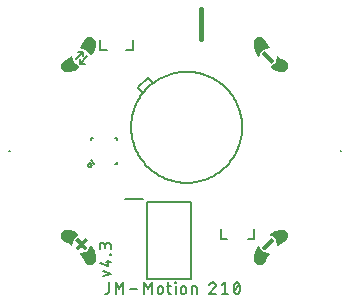
<source format=gto>
G04 EAGLE Gerber X2 export*
%TF.Part,Single*%
%TF.FileFunction,Legend,Top,1*%
%TF.FilePolarity,Positive*%
%TF.GenerationSoftware,Autodesk,EAGLE,9.6.2*%
%TF.CreationDate,2022-06-05T05:17:34Z*%
G75*
%MOMM*%
%FSLAX34Y34*%
%LPD*%
%INSilkscreen Top*%
%AMOC8*
5,1,8,0,0,1.08239X$1,22.5*%
G01*
%ADD10C,0.177800*%
%ADD11C,0.203200*%
%ADD12C,0.381000*%
%ADD13C,0.127000*%
%ADD14C,0.010000*%
%ADD15C,0.152400*%
%ADD16C,0.200000*%

G36*
X70058Y28768D02*
X70058Y28768D01*
X70116Y28780D01*
X70128Y28788D01*
X70134Y28790D01*
X70141Y28798D01*
X70176Y28824D01*
X73176Y31824D01*
X73199Y31866D01*
X73217Y31886D01*
X73219Y31897D01*
X73238Y31927D01*
X73240Y31941D01*
X73243Y31946D01*
X73243Y31957D01*
X73249Y32000D01*
X73249Y36000D01*
X73247Y36009D01*
X73247Y36010D01*
X73247Y36012D01*
X73246Y36014D01*
X73242Y36060D01*
X72242Y40060D01*
X72241Y40061D01*
X72214Y40128D01*
X69214Y45128D01*
X69201Y45140D01*
X69195Y45155D01*
X69151Y45186D01*
X69111Y45223D01*
X69094Y45226D01*
X69081Y45236D01*
X69027Y45238D01*
X68974Y45248D01*
X68958Y45241D01*
X68941Y45242D01*
X68894Y45215D01*
X68844Y45195D01*
X68835Y45181D01*
X68820Y45172D01*
X68777Y45111D01*
X66795Y41148D01*
X64877Y39230D01*
X59951Y38244D01*
X59899Y38217D01*
X59844Y38195D01*
X59838Y38185D01*
X59827Y38180D01*
X59798Y38128D01*
X59764Y38080D01*
X59764Y38069D01*
X59758Y38058D01*
X59761Y37999D01*
X59758Y37941D01*
X59764Y37926D01*
X59764Y37919D01*
X59771Y37910D01*
X59786Y37872D01*
X62781Y32880D01*
X63777Y30889D01*
X63796Y30868D01*
X63807Y30843D01*
X63862Y30793D01*
X66862Y28793D01*
X66896Y28782D01*
X66927Y28762D01*
X66991Y28752D01*
X66995Y28751D01*
X66997Y28751D01*
X67000Y28751D01*
X70000Y28751D01*
X70058Y28768D01*
G37*
G36*
X51009Y191753D02*
X51009Y191753D01*
X51060Y191758D01*
X55060Y192758D01*
X55061Y192759D01*
X55128Y192786D01*
X60128Y195786D01*
X60140Y195799D01*
X60155Y195805D01*
X60186Y195849D01*
X60223Y195889D01*
X60226Y195906D01*
X60236Y195919D01*
X60238Y195973D01*
X60248Y196027D01*
X60241Y196042D01*
X60242Y196059D01*
X60215Y196106D01*
X60195Y196156D01*
X60181Y196165D01*
X60172Y196180D01*
X60111Y196223D01*
X56148Y198205D01*
X54230Y200123D01*
X53244Y205049D01*
X53217Y205101D01*
X53195Y205156D01*
X53185Y205162D01*
X53180Y205173D01*
X53128Y205202D01*
X53080Y205236D01*
X53069Y205237D01*
X53058Y205242D01*
X52999Y205240D01*
X52941Y205242D01*
X52926Y205236D01*
X52919Y205236D01*
X52910Y205230D01*
X52872Y205214D01*
X47880Y202219D01*
X45889Y201223D01*
X45868Y201204D01*
X45843Y201193D01*
X45793Y201138D01*
X43793Y198138D01*
X43782Y198104D01*
X43762Y198074D01*
X43752Y198009D01*
X43751Y198005D01*
X43751Y198003D01*
X43751Y198000D01*
X43751Y195000D01*
X43762Y194960D01*
X43762Y194958D01*
X43765Y194950D01*
X43768Y194942D01*
X43780Y194884D01*
X43788Y194872D01*
X43790Y194866D01*
X43798Y194859D01*
X43818Y194831D01*
X43819Y194830D01*
X43820Y194829D01*
X43824Y194824D01*
X46824Y191824D01*
X46876Y191795D01*
X46927Y191762D01*
X46941Y191760D01*
X46946Y191757D01*
X46957Y191757D01*
X47000Y191751D01*
X51000Y191751D01*
X51009Y191753D01*
G37*
G36*
X227001Y44761D02*
X227001Y44761D01*
X227060Y44758D01*
X227074Y44764D01*
X227081Y44764D01*
X227090Y44771D01*
X227128Y44786D01*
X232120Y47781D01*
X234111Y48777D01*
X234132Y48796D01*
X234157Y48807D01*
X234207Y48862D01*
X236207Y51862D01*
X236211Y51873D01*
X236212Y51874D01*
X236213Y51880D01*
X236218Y51896D01*
X236238Y51927D01*
X236248Y51991D01*
X236249Y51995D01*
X236249Y51997D01*
X236249Y52000D01*
X236249Y55000D01*
X236232Y55058D01*
X236220Y55116D01*
X236212Y55128D01*
X236210Y55134D01*
X236202Y55141D01*
X236176Y55176D01*
X233176Y58176D01*
X233124Y58205D01*
X233074Y58238D01*
X233059Y58240D01*
X233054Y58243D01*
X233043Y58243D01*
X233000Y58249D01*
X229000Y58249D01*
X228992Y58247D01*
X228940Y58242D01*
X224940Y57242D01*
X224939Y57241D01*
X224872Y57214D01*
X219872Y54214D01*
X219860Y54201D01*
X219845Y54195D01*
X219814Y54151D01*
X219777Y54111D01*
X219774Y54094D01*
X219764Y54081D01*
X219762Y54027D01*
X219752Y53974D01*
X219759Y53958D01*
X219758Y53941D01*
X219785Y53894D01*
X219805Y53844D01*
X219819Y53835D01*
X219828Y53820D01*
X219889Y53777D01*
X223852Y51795D01*
X225770Y49877D01*
X226756Y44951D01*
X226783Y44899D01*
X226805Y44844D01*
X226815Y44838D01*
X226820Y44827D01*
X226872Y44798D01*
X226920Y44764D01*
X226931Y44764D01*
X226942Y44758D01*
X227001Y44761D01*
G37*
G36*
X211042Y204759D02*
X211042Y204759D01*
X211059Y204758D01*
X211106Y204785D01*
X211156Y204805D01*
X211165Y204819D01*
X211180Y204828D01*
X211223Y204889D01*
X213205Y208852D01*
X215123Y210770D01*
X220049Y211756D01*
X220101Y211783D01*
X220156Y211805D01*
X220162Y211815D01*
X220173Y211820D01*
X220202Y211872D01*
X220236Y211920D01*
X220237Y211931D01*
X220242Y211942D01*
X220240Y212001D01*
X220242Y212060D01*
X220236Y212074D01*
X220236Y212081D01*
X220230Y212090D01*
X220214Y212128D01*
X217219Y217120D01*
X216223Y219111D01*
X216204Y219132D01*
X216193Y219157D01*
X216138Y219207D01*
X213138Y221207D01*
X213104Y221218D01*
X213074Y221238D01*
X213009Y221248D01*
X213005Y221249D01*
X213003Y221249D01*
X213000Y221249D01*
X210000Y221249D01*
X209942Y221232D01*
X209884Y221220D01*
X209872Y221212D01*
X209866Y221210D01*
X209859Y221202D01*
X209824Y221176D01*
X206824Y218176D01*
X206795Y218124D01*
X206762Y218074D01*
X206760Y218059D01*
X206757Y218054D01*
X206757Y218043D01*
X206751Y218000D01*
X206751Y214000D01*
X206753Y213992D01*
X206758Y213940D01*
X207758Y209940D01*
X207759Y209939D01*
X207786Y209872D01*
X210786Y204872D01*
X210799Y204860D01*
X210805Y204845D01*
X210849Y204814D01*
X210889Y204777D01*
X210906Y204774D01*
X210919Y204764D01*
X210973Y204762D01*
X211027Y204752D01*
X211042Y204759D01*
G37*
G36*
X233058Y191768D02*
X233058Y191768D01*
X233116Y191780D01*
X233128Y191788D01*
X233134Y191790D01*
X233141Y191798D01*
X233176Y191824D01*
X236176Y194824D01*
X236199Y194866D01*
X236217Y194886D01*
X236219Y194897D01*
X236238Y194927D01*
X236240Y194941D01*
X236243Y194946D01*
X236243Y194957D01*
X236249Y195000D01*
X236249Y199000D01*
X236247Y199009D01*
X236247Y199012D01*
X236243Y199021D01*
X236232Y199058D01*
X236220Y199116D01*
X236212Y199128D01*
X236210Y199134D01*
X236202Y199141D01*
X236176Y199176D01*
X233176Y202176D01*
X233158Y202186D01*
X233145Y202203D01*
X233079Y202236D01*
X230110Y203226D01*
X227138Y205207D01*
X227077Y205227D01*
X227016Y205249D01*
X227010Y205248D01*
X227005Y205249D01*
X226943Y205232D01*
X226879Y205218D01*
X226875Y205214D01*
X226870Y205213D01*
X226827Y205165D01*
X226781Y205119D01*
X226778Y205112D01*
X226776Y205109D01*
X226775Y205102D01*
X226756Y205049D01*
X225770Y200123D01*
X223841Y198194D01*
X220862Y196207D01*
X220820Y196157D01*
X220776Y196109D01*
X220775Y196104D01*
X220772Y196100D01*
X220763Y196036D01*
X220752Y195971D01*
X220754Y195967D01*
X220754Y195962D01*
X220781Y195903D01*
X220807Y195843D01*
X220812Y195838D01*
X220813Y195835D01*
X220819Y195831D01*
X220862Y195793D01*
X223862Y193793D01*
X223870Y193790D01*
X223889Y193777D01*
X227889Y191777D01*
X227909Y191773D01*
X227927Y191762D01*
X228000Y191751D01*
X233000Y191751D01*
X233058Y191768D01*
G37*
G36*
X214058Y28768D02*
X214058Y28768D01*
X214116Y28780D01*
X214128Y28788D01*
X214134Y28790D01*
X214141Y28798D01*
X214176Y28824D01*
X217176Y31824D01*
X217186Y31842D01*
X217203Y31855D01*
X217236Y31921D01*
X218226Y34890D01*
X220207Y37862D01*
X220227Y37923D01*
X220249Y37984D01*
X220248Y37990D01*
X220249Y37995D01*
X220232Y38057D01*
X220218Y38121D01*
X220214Y38125D01*
X220213Y38130D01*
X220165Y38173D01*
X220119Y38219D01*
X220112Y38222D01*
X220109Y38224D01*
X220102Y38225D01*
X220049Y38244D01*
X215123Y39230D01*
X213194Y41159D01*
X211207Y44138D01*
X211157Y44180D01*
X211109Y44224D01*
X211104Y44225D01*
X211100Y44228D01*
X211036Y44237D01*
X210971Y44248D01*
X210967Y44246D01*
X210962Y44246D01*
X210903Y44219D01*
X210843Y44193D01*
X210838Y44188D01*
X210835Y44187D01*
X210831Y44181D01*
X210793Y44138D01*
X208793Y41138D01*
X208790Y41130D01*
X208777Y41111D01*
X206777Y37111D01*
X206773Y37091D01*
X206762Y37074D01*
X206751Y37000D01*
X206751Y32000D01*
X206762Y31960D01*
X206762Y31958D01*
X206765Y31950D01*
X206768Y31942D01*
X206780Y31884D01*
X206788Y31872D01*
X206790Y31866D01*
X206798Y31859D01*
X206818Y31831D01*
X206819Y31830D01*
X206820Y31829D01*
X206824Y31824D01*
X209824Y28824D01*
X209876Y28795D01*
X209927Y28762D01*
X209941Y28760D01*
X209946Y28757D01*
X209957Y28757D01*
X210000Y28751D01*
X214000Y28751D01*
X214058Y28768D01*
G37*
G36*
X53057Y44768D02*
X53057Y44768D01*
X53121Y44782D01*
X53125Y44786D01*
X53130Y44787D01*
X53173Y44835D01*
X53219Y44881D01*
X53222Y44888D01*
X53224Y44891D01*
X53225Y44899D01*
X53244Y44951D01*
X54230Y49877D01*
X56159Y51806D01*
X59138Y53793D01*
X59180Y53843D01*
X59224Y53891D01*
X59225Y53896D01*
X59228Y53900D01*
X59237Y53964D01*
X59248Y54029D01*
X59246Y54033D01*
X59246Y54038D01*
X59219Y54097D01*
X59193Y54157D01*
X59188Y54162D01*
X59187Y54165D01*
X59181Y54169D01*
X59138Y54207D01*
X56138Y56207D01*
X56130Y56210D01*
X56111Y56223D01*
X52111Y58223D01*
X52091Y58227D01*
X52074Y58238D01*
X52000Y58249D01*
X47000Y58249D01*
X46942Y58232D01*
X46884Y58220D01*
X46872Y58212D01*
X46866Y58210D01*
X46859Y58202D01*
X46824Y58176D01*
X43824Y55176D01*
X43795Y55124D01*
X43762Y55074D01*
X43760Y55059D01*
X43757Y55054D01*
X43757Y55043D01*
X43751Y55000D01*
X43751Y51000D01*
X43768Y50942D01*
X43780Y50884D01*
X43788Y50872D01*
X43790Y50866D01*
X43798Y50859D01*
X43824Y50824D01*
X46824Y47824D01*
X46842Y47814D01*
X46855Y47797D01*
X46921Y47764D01*
X49890Y46774D01*
X52862Y44793D01*
X52923Y44773D01*
X52984Y44751D01*
X52990Y44752D01*
X52995Y44751D01*
X53057Y44768D01*
G37*
G36*
X69033Y205754D02*
X69033Y205754D01*
X69038Y205754D01*
X69097Y205781D01*
X69157Y205807D01*
X69162Y205812D01*
X69165Y205813D01*
X69169Y205819D01*
X69207Y205862D01*
X71207Y208862D01*
X71210Y208870D01*
X71223Y208889D01*
X73223Y212889D01*
X73227Y212909D01*
X73238Y212927D01*
X73249Y213000D01*
X73249Y218000D01*
X73232Y218058D01*
X73220Y218116D01*
X73212Y218128D01*
X73210Y218134D01*
X73202Y218141D01*
X73176Y218176D01*
X70176Y221176D01*
X70124Y221205D01*
X70074Y221238D01*
X70059Y221240D01*
X70054Y221243D01*
X70043Y221243D01*
X70000Y221249D01*
X66000Y221249D01*
X65942Y221232D01*
X65884Y221220D01*
X65872Y221212D01*
X65866Y221210D01*
X65859Y221202D01*
X65824Y221176D01*
X62824Y218176D01*
X62814Y218158D01*
X62797Y218145D01*
X62764Y218079D01*
X61774Y215110D01*
X59793Y212138D01*
X59773Y212077D01*
X59751Y212016D01*
X59752Y212010D01*
X59751Y212005D01*
X59768Y211943D01*
X59782Y211879D01*
X59786Y211875D01*
X59787Y211870D01*
X59835Y211827D01*
X59881Y211781D01*
X59888Y211778D01*
X59891Y211776D01*
X59899Y211775D01*
X59951Y211756D01*
X64877Y210770D01*
X66806Y208841D01*
X68793Y205862D01*
X68843Y205820D01*
X68891Y205776D01*
X68896Y205775D01*
X68900Y205772D01*
X68964Y205763D01*
X69029Y205752D01*
X69033Y205754D01*
G37*
G36*
X64032Y40762D02*
X64032Y40762D01*
X64086Y40766D01*
X64100Y40776D01*
X64116Y40780D01*
X64176Y40824D01*
X66176Y42824D01*
X66185Y42839D01*
X66198Y42849D01*
X66209Y42876D01*
X66220Y42889D01*
X66223Y42909D01*
X66243Y42946D01*
X66242Y42963D01*
X66248Y42979D01*
X66240Y43021D01*
X66241Y43027D01*
X66237Y43036D01*
X66234Y43086D01*
X66224Y43100D01*
X66220Y43116D01*
X66176Y43176D01*
X63353Y46000D01*
X66176Y48824D01*
X66185Y48839D01*
X66198Y48849D01*
X66218Y48899D01*
X66243Y48946D01*
X66242Y48963D01*
X66248Y48979D01*
X66238Y49032D01*
X66234Y49086D01*
X66224Y49100D01*
X66220Y49116D01*
X66176Y49176D01*
X64176Y51176D01*
X64161Y51185D01*
X64151Y51198D01*
X64101Y51218D01*
X64054Y51243D01*
X64037Y51242D01*
X64021Y51248D01*
X63968Y51238D01*
X63914Y51234D01*
X63900Y51224D01*
X63884Y51220D01*
X63824Y51176D01*
X61000Y48353D01*
X58176Y51176D01*
X58161Y51185D01*
X58151Y51198D01*
X58101Y51218D01*
X58054Y51243D01*
X58037Y51242D01*
X58021Y51248D01*
X57968Y51238D01*
X57914Y51234D01*
X57900Y51224D01*
X57884Y51220D01*
X57824Y51176D01*
X55824Y49176D01*
X55815Y49161D01*
X55802Y49151D01*
X55782Y49101D01*
X55757Y49054D01*
X55758Y49037D01*
X55752Y49021D01*
X55762Y48968D01*
X55766Y48914D01*
X55776Y48900D01*
X55780Y48884D01*
X55824Y48824D01*
X58648Y46000D01*
X55824Y43176D01*
X55815Y43161D01*
X55802Y43151D01*
X55783Y43103D01*
X55780Y43099D01*
X55779Y43095D01*
X55757Y43054D01*
X55758Y43037D01*
X55752Y43021D01*
X55761Y42974D01*
X55759Y42961D01*
X55764Y42950D01*
X55766Y42914D01*
X55776Y42900D01*
X55780Y42884D01*
X55814Y42837D01*
X55816Y42833D01*
X55818Y42831D01*
X55824Y42824D01*
X57824Y40824D01*
X57839Y40815D01*
X57849Y40802D01*
X57899Y40782D01*
X57946Y40757D01*
X57963Y40758D01*
X57979Y40752D01*
X58032Y40762D01*
X58086Y40766D01*
X58100Y40776D01*
X58116Y40780D01*
X58176Y40824D01*
X61000Y43648D01*
X63824Y40824D01*
X63839Y40815D01*
X63849Y40802D01*
X63899Y40782D01*
X63946Y40757D01*
X63963Y40758D01*
X63979Y40752D01*
X64032Y40762D01*
G37*
G36*
X222032Y198762D02*
X222032Y198762D01*
X222086Y198766D01*
X222100Y198776D01*
X222116Y198780D01*
X222176Y198824D01*
X224176Y200824D01*
X224185Y200839D01*
X224198Y200849D01*
X224209Y200876D01*
X224220Y200889D01*
X224223Y200909D01*
X224243Y200946D01*
X224242Y200963D01*
X224248Y200979D01*
X224240Y201021D01*
X224241Y201027D01*
X224237Y201036D01*
X224234Y201086D01*
X224224Y201100D01*
X224220Y201116D01*
X224176Y201176D01*
X216176Y209176D01*
X216161Y209185D01*
X216151Y209198D01*
X216101Y209218D01*
X216054Y209243D01*
X216037Y209242D01*
X216021Y209248D01*
X215968Y209238D01*
X215914Y209234D01*
X215900Y209224D01*
X215884Y209220D01*
X215824Y209176D01*
X213824Y207176D01*
X213815Y207161D01*
X213802Y207151D01*
X213782Y207101D01*
X213757Y207054D01*
X213758Y207037D01*
X213752Y207021D01*
X213762Y206968D01*
X213766Y206914D01*
X213776Y206900D01*
X213780Y206884D01*
X213824Y206824D01*
X221824Y198824D01*
X221839Y198815D01*
X221849Y198802D01*
X221899Y198782D01*
X221946Y198757D01*
X221963Y198758D01*
X221979Y198752D01*
X222032Y198762D01*
G37*
G36*
X216032Y40762D02*
X216032Y40762D01*
X216086Y40766D01*
X216100Y40776D01*
X216116Y40780D01*
X216176Y40824D01*
X224176Y48824D01*
X224185Y48839D01*
X224198Y48849D01*
X224218Y48899D01*
X224243Y48946D01*
X224242Y48963D01*
X224248Y48979D01*
X224238Y49032D01*
X224234Y49086D01*
X224224Y49100D01*
X224220Y49116D01*
X224176Y49176D01*
X222176Y51176D01*
X222161Y51185D01*
X222151Y51198D01*
X222101Y51218D01*
X222054Y51243D01*
X222037Y51242D01*
X222021Y51248D01*
X221968Y51238D01*
X221914Y51234D01*
X221900Y51224D01*
X221884Y51220D01*
X221824Y51176D01*
X213824Y43176D01*
X213815Y43161D01*
X213802Y43151D01*
X213783Y43103D01*
X213780Y43099D01*
X213779Y43095D01*
X213757Y43054D01*
X213758Y43037D01*
X213752Y43021D01*
X213761Y42974D01*
X213759Y42961D01*
X213764Y42950D01*
X213766Y42914D01*
X213776Y42900D01*
X213780Y42884D01*
X213814Y42837D01*
X213816Y42833D01*
X213818Y42831D01*
X213824Y42824D01*
X215824Y40824D01*
X215839Y40815D01*
X215849Y40802D01*
X215899Y40782D01*
X215946Y40757D01*
X215963Y40758D01*
X215979Y40752D01*
X216032Y40762D01*
G37*
D10*
X84150Y13720D02*
X84150Y6213D01*
X84148Y6122D01*
X84142Y6031D01*
X84133Y5941D01*
X84119Y5850D01*
X84102Y5761D01*
X84081Y5673D01*
X84056Y5585D01*
X84027Y5498D01*
X83995Y5413D01*
X83960Y5329D01*
X83920Y5247D01*
X83878Y5167D01*
X83832Y5088D01*
X83782Y5012D01*
X83730Y4938D01*
X83674Y4865D01*
X83615Y4796D01*
X83554Y4729D01*
X83489Y4664D01*
X83422Y4603D01*
X83353Y4544D01*
X83280Y4488D01*
X83206Y4436D01*
X83130Y4386D01*
X83051Y4340D01*
X82971Y4298D01*
X82889Y4258D01*
X82805Y4223D01*
X82720Y4191D01*
X82633Y4162D01*
X82545Y4137D01*
X82457Y4116D01*
X82368Y4099D01*
X82277Y4085D01*
X82187Y4076D01*
X82096Y4070D01*
X82005Y4068D01*
X80933Y4068D01*
X89848Y4068D02*
X89848Y13720D01*
X93066Y8358D01*
X96283Y13720D01*
X96283Y4068D01*
X101850Y7822D02*
X108285Y7822D01*
X113851Y4068D02*
X113851Y13720D01*
X117069Y8358D01*
X120286Y13720D01*
X120286Y4068D01*
X125554Y6213D02*
X125554Y8358D01*
X125556Y8449D01*
X125562Y8540D01*
X125571Y8630D01*
X125585Y8721D01*
X125602Y8810D01*
X125623Y8898D01*
X125648Y8986D01*
X125677Y9073D01*
X125709Y9158D01*
X125744Y9242D01*
X125784Y9324D01*
X125826Y9404D01*
X125872Y9483D01*
X125922Y9559D01*
X125974Y9633D01*
X126030Y9706D01*
X126089Y9775D01*
X126150Y9842D01*
X126215Y9907D01*
X126282Y9968D01*
X126351Y10027D01*
X126424Y10083D01*
X126498Y10135D01*
X126574Y10185D01*
X126653Y10231D01*
X126733Y10273D01*
X126815Y10313D01*
X126899Y10348D01*
X126984Y10380D01*
X127071Y10409D01*
X127159Y10434D01*
X127247Y10455D01*
X127336Y10472D01*
X127427Y10486D01*
X127517Y10495D01*
X127608Y10501D01*
X127699Y10503D01*
X127790Y10501D01*
X127881Y10495D01*
X127971Y10486D01*
X128062Y10472D01*
X128151Y10455D01*
X128239Y10434D01*
X128327Y10409D01*
X128414Y10380D01*
X128499Y10348D01*
X128583Y10313D01*
X128665Y10273D01*
X128745Y10231D01*
X128824Y10185D01*
X128900Y10135D01*
X128974Y10083D01*
X129047Y10027D01*
X129116Y9968D01*
X129183Y9907D01*
X129248Y9842D01*
X129309Y9775D01*
X129368Y9706D01*
X129424Y9633D01*
X129476Y9559D01*
X129526Y9483D01*
X129572Y9404D01*
X129614Y9324D01*
X129654Y9242D01*
X129689Y9158D01*
X129721Y9073D01*
X129750Y8986D01*
X129775Y8898D01*
X129796Y8810D01*
X129813Y8721D01*
X129827Y8630D01*
X129836Y8540D01*
X129842Y8449D01*
X129844Y8358D01*
X129843Y8358D02*
X129843Y6213D01*
X129844Y6213D02*
X129842Y6122D01*
X129836Y6031D01*
X129827Y5941D01*
X129813Y5850D01*
X129796Y5761D01*
X129775Y5673D01*
X129750Y5585D01*
X129721Y5498D01*
X129689Y5413D01*
X129654Y5329D01*
X129614Y5247D01*
X129572Y5167D01*
X129526Y5088D01*
X129476Y5012D01*
X129424Y4938D01*
X129368Y4865D01*
X129309Y4796D01*
X129248Y4729D01*
X129183Y4664D01*
X129116Y4603D01*
X129047Y4544D01*
X128974Y4488D01*
X128900Y4436D01*
X128824Y4386D01*
X128745Y4340D01*
X128665Y4298D01*
X128583Y4258D01*
X128499Y4223D01*
X128414Y4191D01*
X128327Y4162D01*
X128239Y4137D01*
X128151Y4116D01*
X128062Y4099D01*
X127971Y4085D01*
X127881Y4076D01*
X127790Y4070D01*
X127699Y4068D01*
X127608Y4070D01*
X127517Y4076D01*
X127427Y4085D01*
X127336Y4099D01*
X127247Y4116D01*
X127159Y4137D01*
X127071Y4162D01*
X126984Y4191D01*
X126899Y4223D01*
X126815Y4258D01*
X126733Y4298D01*
X126653Y4340D01*
X126574Y4386D01*
X126498Y4436D01*
X126424Y4488D01*
X126351Y4544D01*
X126282Y4603D01*
X126215Y4664D01*
X126150Y4729D01*
X126089Y4796D01*
X126030Y4865D01*
X125974Y4938D01*
X125922Y5012D01*
X125872Y5088D01*
X125826Y5167D01*
X125784Y5247D01*
X125744Y5329D01*
X125709Y5413D01*
X125677Y5498D01*
X125648Y5585D01*
X125623Y5673D01*
X125602Y5761D01*
X125585Y5850D01*
X125571Y5941D01*
X125562Y6031D01*
X125556Y6122D01*
X125554Y6213D01*
X133511Y10503D02*
X136729Y10503D01*
X134584Y13720D02*
X134584Y5677D01*
X134583Y5677D02*
X134585Y5598D01*
X134591Y5519D01*
X134600Y5441D01*
X134614Y5363D01*
X134631Y5286D01*
X134652Y5210D01*
X134677Y5135D01*
X134705Y5061D01*
X134737Y4989D01*
X134773Y4919D01*
X134812Y4850D01*
X134854Y4783D01*
X134900Y4719D01*
X134948Y4656D01*
X135000Y4596D01*
X135054Y4539D01*
X135111Y4485D01*
X135171Y4433D01*
X135234Y4385D01*
X135298Y4339D01*
X135365Y4297D01*
X135434Y4258D01*
X135504Y4222D01*
X135576Y4190D01*
X135650Y4162D01*
X135725Y4137D01*
X135801Y4116D01*
X135878Y4099D01*
X135956Y4085D01*
X136034Y4076D01*
X136113Y4070D01*
X136192Y4068D01*
X136729Y4068D01*
X140729Y4068D02*
X140729Y10503D01*
X140461Y13184D02*
X140461Y13720D01*
X140997Y13720D01*
X140997Y13184D01*
X140461Y13184D01*
X145099Y8358D02*
X145099Y6213D01*
X145099Y8358D02*
X145101Y8449D01*
X145107Y8540D01*
X145116Y8630D01*
X145130Y8721D01*
X145147Y8810D01*
X145168Y8898D01*
X145193Y8986D01*
X145222Y9073D01*
X145254Y9158D01*
X145289Y9242D01*
X145329Y9324D01*
X145371Y9404D01*
X145417Y9483D01*
X145467Y9559D01*
X145519Y9633D01*
X145575Y9706D01*
X145634Y9775D01*
X145695Y9842D01*
X145760Y9907D01*
X145827Y9968D01*
X145896Y10027D01*
X145969Y10083D01*
X146043Y10135D01*
X146119Y10185D01*
X146198Y10231D01*
X146278Y10273D01*
X146360Y10313D01*
X146444Y10348D01*
X146529Y10380D01*
X146616Y10409D01*
X146704Y10434D01*
X146792Y10455D01*
X146881Y10472D01*
X146972Y10486D01*
X147062Y10495D01*
X147153Y10501D01*
X147244Y10503D01*
X147335Y10501D01*
X147426Y10495D01*
X147516Y10486D01*
X147607Y10472D01*
X147696Y10455D01*
X147784Y10434D01*
X147872Y10409D01*
X147959Y10380D01*
X148044Y10348D01*
X148128Y10313D01*
X148210Y10273D01*
X148290Y10231D01*
X148369Y10185D01*
X148445Y10135D01*
X148519Y10083D01*
X148592Y10027D01*
X148661Y9968D01*
X148728Y9907D01*
X148793Y9842D01*
X148854Y9775D01*
X148913Y9706D01*
X148969Y9633D01*
X149021Y9559D01*
X149071Y9483D01*
X149117Y9404D01*
X149159Y9324D01*
X149199Y9242D01*
X149234Y9158D01*
X149266Y9073D01*
X149295Y8986D01*
X149320Y8898D01*
X149341Y8810D01*
X149358Y8721D01*
X149372Y8630D01*
X149381Y8540D01*
X149387Y8449D01*
X149389Y8358D01*
X149389Y6213D01*
X149387Y6122D01*
X149381Y6031D01*
X149372Y5941D01*
X149358Y5850D01*
X149341Y5761D01*
X149320Y5673D01*
X149295Y5585D01*
X149266Y5498D01*
X149234Y5413D01*
X149199Y5329D01*
X149159Y5247D01*
X149117Y5167D01*
X149071Y5088D01*
X149021Y5012D01*
X148969Y4938D01*
X148913Y4865D01*
X148854Y4796D01*
X148793Y4729D01*
X148728Y4664D01*
X148661Y4603D01*
X148592Y4544D01*
X148519Y4488D01*
X148445Y4436D01*
X148369Y4386D01*
X148290Y4340D01*
X148210Y4298D01*
X148128Y4258D01*
X148044Y4223D01*
X147959Y4191D01*
X147872Y4162D01*
X147784Y4137D01*
X147696Y4116D01*
X147607Y4099D01*
X147516Y4085D01*
X147426Y4076D01*
X147335Y4070D01*
X147244Y4068D01*
X147153Y4070D01*
X147062Y4076D01*
X146972Y4085D01*
X146881Y4099D01*
X146792Y4116D01*
X146704Y4137D01*
X146616Y4162D01*
X146529Y4191D01*
X146444Y4223D01*
X146360Y4258D01*
X146278Y4298D01*
X146198Y4340D01*
X146119Y4386D01*
X146043Y4436D01*
X145969Y4488D01*
X145896Y4544D01*
X145827Y4603D01*
X145760Y4664D01*
X145695Y4729D01*
X145634Y4796D01*
X145575Y4865D01*
X145519Y4938D01*
X145467Y5012D01*
X145417Y5088D01*
X145371Y5167D01*
X145329Y5247D01*
X145289Y5329D01*
X145254Y5413D01*
X145222Y5498D01*
X145193Y5585D01*
X145168Y5673D01*
X145147Y5761D01*
X145130Y5850D01*
X145116Y5941D01*
X145107Y6031D01*
X145101Y6122D01*
X145099Y6213D01*
X154357Y4068D02*
X154357Y10503D01*
X157038Y10503D01*
X157117Y10501D01*
X157196Y10495D01*
X157274Y10486D01*
X157352Y10472D01*
X157429Y10455D01*
X157505Y10434D01*
X157580Y10409D01*
X157654Y10381D01*
X157726Y10349D01*
X157796Y10313D01*
X157865Y10274D01*
X157932Y10232D01*
X157996Y10186D01*
X158059Y10138D01*
X158119Y10086D01*
X158176Y10032D01*
X158230Y9975D01*
X158282Y9915D01*
X158330Y9852D01*
X158376Y9788D01*
X158418Y9721D01*
X158457Y9652D01*
X158493Y9582D01*
X158525Y9510D01*
X158553Y9436D01*
X158578Y9361D01*
X158599Y9285D01*
X158616Y9208D01*
X158630Y9130D01*
X158639Y9052D01*
X158645Y8973D01*
X158647Y8894D01*
X158647Y4068D01*
X172201Y13720D02*
X172298Y13718D01*
X172395Y13712D01*
X172492Y13702D01*
X172588Y13689D01*
X172684Y13671D01*
X172778Y13650D01*
X172872Y13625D01*
X172965Y13596D01*
X173057Y13563D01*
X173147Y13527D01*
X173235Y13487D01*
X173322Y13444D01*
X173408Y13397D01*
X173491Y13346D01*
X173572Y13293D01*
X173651Y13236D01*
X173727Y13176D01*
X173801Y13113D01*
X173873Y13047D01*
X173941Y12979D01*
X174007Y12907D01*
X174070Y12833D01*
X174130Y12757D01*
X174187Y12678D01*
X174240Y12597D01*
X174291Y12514D01*
X174338Y12428D01*
X174381Y12341D01*
X174421Y12253D01*
X174457Y12163D01*
X174490Y12071D01*
X174519Y11978D01*
X174544Y11884D01*
X174565Y11790D01*
X174583Y11694D01*
X174596Y11598D01*
X174606Y11501D01*
X174612Y11404D01*
X174614Y11307D01*
X172201Y13720D02*
X172093Y13718D01*
X171985Y13712D01*
X171877Y13703D01*
X171769Y13690D01*
X171662Y13673D01*
X171556Y13652D01*
X171450Y13628D01*
X171346Y13600D01*
X171242Y13568D01*
X171140Y13533D01*
X171039Y13494D01*
X170939Y13452D01*
X170841Y13406D01*
X170745Y13357D01*
X170650Y13304D01*
X170557Y13248D01*
X170466Y13189D01*
X170378Y13127D01*
X170291Y13062D01*
X170207Y12994D01*
X170125Y12923D01*
X170046Y12849D01*
X169970Y12772D01*
X169896Y12693D01*
X169825Y12611D01*
X169757Y12527D01*
X169692Y12440D01*
X169630Y12352D01*
X169571Y12261D01*
X169515Y12168D01*
X169463Y12073D01*
X169414Y11977D01*
X169368Y11878D01*
X169326Y11779D01*
X169287Y11678D01*
X169252Y11575D01*
X173810Y9430D02*
X173881Y9500D01*
X173949Y9573D01*
X174014Y9649D01*
X174077Y9727D01*
X174136Y9807D01*
X174192Y9890D01*
X174245Y9975D01*
X174295Y10061D01*
X174341Y10150D01*
X174384Y10240D01*
X174424Y10332D01*
X174459Y10425D01*
X174492Y10520D01*
X174520Y10616D01*
X174545Y10713D01*
X174566Y10810D01*
X174583Y10909D01*
X174597Y11008D01*
X174606Y11107D01*
X174612Y11207D01*
X174614Y11307D01*
X173809Y9430D02*
X169251Y4068D01*
X174614Y4068D01*
X179538Y11575D02*
X182219Y13720D01*
X182219Y4068D01*
X179538Y4068D02*
X184901Y4068D01*
X189825Y8894D02*
X189827Y9084D01*
X189834Y9274D01*
X189845Y9463D01*
X189861Y9652D01*
X189882Y9841D01*
X189906Y10029D01*
X189936Y10217D01*
X189970Y10404D01*
X190008Y10590D01*
X190051Y10775D01*
X190098Y10959D01*
X190149Y11142D01*
X190205Y11323D01*
X190265Y11503D01*
X190330Y11682D01*
X190398Y11859D01*
X190471Y12034D01*
X190548Y12208D01*
X190629Y12379D01*
X190660Y12462D01*
X190694Y12543D01*
X190731Y12622D01*
X190772Y12700D01*
X190816Y12776D01*
X190864Y12850D01*
X190915Y12922D01*
X190969Y12991D01*
X191026Y13058D01*
X191086Y13122D01*
X191149Y13183D01*
X191214Y13242D01*
X191282Y13298D01*
X191353Y13350D01*
X191425Y13400D01*
X191500Y13446D01*
X191577Y13489D01*
X191655Y13528D01*
X191736Y13564D01*
X191817Y13597D01*
X191901Y13625D01*
X191985Y13650D01*
X192070Y13672D01*
X192156Y13689D01*
X192243Y13703D01*
X192330Y13712D01*
X192418Y13718D01*
X192506Y13720D01*
X192594Y13718D01*
X192682Y13712D01*
X192769Y13703D01*
X192856Y13689D01*
X192942Y13672D01*
X193027Y13650D01*
X193111Y13625D01*
X193195Y13597D01*
X193276Y13564D01*
X193357Y13528D01*
X193435Y13489D01*
X193512Y13446D01*
X193587Y13400D01*
X193659Y13350D01*
X193730Y13298D01*
X193798Y13242D01*
X193863Y13183D01*
X193926Y13122D01*
X193986Y13058D01*
X194043Y12991D01*
X194097Y12921D01*
X194148Y12850D01*
X194196Y12776D01*
X194240Y12700D01*
X194281Y12622D01*
X194318Y12543D01*
X194352Y12462D01*
X194383Y12379D01*
X194384Y12380D02*
X194465Y12208D01*
X194542Y12034D01*
X194615Y11859D01*
X194683Y11682D01*
X194748Y11503D01*
X194808Y11323D01*
X194864Y11142D01*
X194915Y10959D01*
X194962Y10775D01*
X195005Y10590D01*
X195043Y10404D01*
X195077Y10217D01*
X195107Y10029D01*
X195131Y9841D01*
X195152Y9652D01*
X195168Y9463D01*
X195179Y9274D01*
X195186Y9084D01*
X195188Y8894D01*
X189826Y8894D02*
X189828Y8704D01*
X189835Y8514D01*
X189846Y8325D01*
X189862Y8136D01*
X189883Y7947D01*
X189907Y7759D01*
X189937Y7571D01*
X189971Y7384D01*
X190009Y7198D01*
X190052Y7013D01*
X190099Y6829D01*
X190150Y6646D01*
X190206Y6465D01*
X190266Y6285D01*
X190331Y6106D01*
X190399Y5929D01*
X190472Y5754D01*
X190549Y5580D01*
X190630Y5409D01*
X190629Y5409D02*
X190660Y5326D01*
X190694Y5245D01*
X190731Y5165D01*
X190772Y5088D01*
X190816Y5012D01*
X190864Y4938D01*
X190915Y4866D01*
X190969Y4797D01*
X191026Y4730D01*
X191086Y4666D01*
X191149Y4605D01*
X191214Y4546D01*
X191282Y4490D01*
X191353Y4438D01*
X191425Y4388D01*
X191500Y4342D01*
X191577Y4299D01*
X191656Y4260D01*
X191736Y4224D01*
X191817Y4191D01*
X191901Y4163D01*
X191985Y4138D01*
X192070Y4116D01*
X192156Y4099D01*
X192243Y4085D01*
X192330Y4076D01*
X192418Y4070D01*
X192506Y4068D01*
X194383Y5409D02*
X194464Y5580D01*
X194541Y5754D01*
X194614Y5929D01*
X194682Y6106D01*
X194747Y6285D01*
X194807Y6465D01*
X194863Y6646D01*
X194914Y6829D01*
X194961Y7013D01*
X195004Y7198D01*
X195042Y7384D01*
X195076Y7571D01*
X195106Y7759D01*
X195130Y7947D01*
X195151Y8136D01*
X195167Y8325D01*
X195178Y8514D01*
X195185Y8704D01*
X195187Y8894D01*
X194383Y5409D02*
X194352Y5326D01*
X194318Y5245D01*
X194281Y5166D01*
X194240Y5088D01*
X194196Y5012D01*
X194148Y4938D01*
X194097Y4866D01*
X194043Y4797D01*
X193986Y4730D01*
X193926Y4666D01*
X193863Y4605D01*
X193798Y4546D01*
X193730Y4490D01*
X193659Y4438D01*
X193587Y4388D01*
X193512Y4342D01*
X193435Y4299D01*
X193357Y4260D01*
X193276Y4224D01*
X193195Y4191D01*
X193111Y4163D01*
X193027Y4138D01*
X192942Y4116D01*
X192856Y4099D01*
X192769Y4085D01*
X192682Y4076D01*
X192594Y4070D01*
X192506Y4068D01*
X190361Y6213D02*
X194651Y11575D01*
X85932Y20962D02*
X79497Y18817D01*
X79497Y23107D02*
X85932Y20962D01*
X83787Y27539D02*
X76280Y29684D01*
X83787Y27539D02*
X83787Y32901D01*
X81642Y31293D02*
X85932Y31293D01*
X85932Y37153D02*
X85396Y37153D01*
X85396Y37689D01*
X85932Y37689D01*
X85932Y37153D01*
X85932Y41941D02*
X85932Y44622D01*
X85930Y44725D01*
X85924Y44827D01*
X85914Y44929D01*
X85901Y45031D01*
X85883Y45132D01*
X85861Y45233D01*
X85836Y45332D01*
X85807Y45431D01*
X85774Y45528D01*
X85738Y45624D01*
X85697Y45719D01*
X85654Y45812D01*
X85606Y45903D01*
X85556Y45992D01*
X85501Y46079D01*
X85444Y46164D01*
X85383Y46247D01*
X85319Y46328D01*
X85253Y46406D01*
X85183Y46481D01*
X85110Y46554D01*
X85035Y46624D01*
X84957Y46690D01*
X84876Y46754D01*
X84793Y46815D01*
X84708Y46872D01*
X84621Y46927D01*
X84532Y46977D01*
X84441Y47025D01*
X84348Y47068D01*
X84253Y47109D01*
X84157Y47145D01*
X84060Y47178D01*
X83961Y47207D01*
X83862Y47232D01*
X83761Y47254D01*
X83660Y47272D01*
X83558Y47285D01*
X83456Y47295D01*
X83354Y47301D01*
X83251Y47303D01*
X83148Y47301D01*
X83046Y47295D01*
X82944Y47285D01*
X82842Y47272D01*
X82741Y47254D01*
X82640Y47232D01*
X82541Y47207D01*
X82442Y47178D01*
X82345Y47145D01*
X82249Y47109D01*
X82154Y47068D01*
X82061Y47025D01*
X81970Y46977D01*
X81881Y46927D01*
X81794Y46872D01*
X81709Y46815D01*
X81626Y46754D01*
X81545Y46690D01*
X81467Y46624D01*
X81392Y46554D01*
X81319Y46481D01*
X81249Y46406D01*
X81183Y46328D01*
X81119Y46247D01*
X81058Y46164D01*
X81001Y46079D01*
X80946Y45992D01*
X80896Y45903D01*
X80848Y45812D01*
X80805Y45719D01*
X80764Y45624D01*
X80728Y45528D01*
X80695Y45431D01*
X80666Y45332D01*
X80641Y45233D01*
X80619Y45132D01*
X80601Y45031D01*
X80588Y44929D01*
X80578Y44827D01*
X80572Y44725D01*
X80570Y44622D01*
X76280Y45158D02*
X76280Y41941D01*
X76280Y45158D02*
X76282Y45249D01*
X76288Y45340D01*
X76297Y45430D01*
X76311Y45521D01*
X76328Y45610D01*
X76349Y45698D01*
X76374Y45786D01*
X76403Y45873D01*
X76435Y45958D01*
X76470Y46042D01*
X76510Y46124D01*
X76552Y46204D01*
X76598Y46283D01*
X76648Y46359D01*
X76700Y46433D01*
X76756Y46506D01*
X76815Y46575D01*
X76876Y46642D01*
X76941Y46707D01*
X77008Y46768D01*
X77077Y46827D01*
X77150Y46883D01*
X77224Y46935D01*
X77300Y46985D01*
X77379Y47031D01*
X77459Y47073D01*
X77541Y47113D01*
X77625Y47148D01*
X77710Y47180D01*
X77797Y47209D01*
X77885Y47234D01*
X77973Y47255D01*
X78062Y47272D01*
X78153Y47286D01*
X78243Y47295D01*
X78334Y47301D01*
X78425Y47303D01*
X78516Y47301D01*
X78607Y47295D01*
X78697Y47286D01*
X78788Y47272D01*
X78877Y47255D01*
X78965Y47234D01*
X79053Y47209D01*
X79140Y47180D01*
X79225Y47148D01*
X79309Y47113D01*
X79391Y47073D01*
X79471Y47031D01*
X79550Y46985D01*
X79626Y46935D01*
X79700Y46883D01*
X79773Y46827D01*
X79842Y46768D01*
X79909Y46707D01*
X79974Y46642D01*
X80035Y46575D01*
X80094Y46506D01*
X80150Y46433D01*
X80202Y46359D01*
X80252Y46283D01*
X80298Y46204D01*
X80340Y46124D01*
X80380Y46042D01*
X80415Y45958D01*
X80447Y45873D01*
X80476Y45786D01*
X80501Y45698D01*
X80522Y45610D01*
X80539Y45521D01*
X80553Y45430D01*
X80562Y45340D01*
X80568Y45249D01*
X80570Y45158D01*
X80570Y43013D01*
D11*
X98904Y210762D02*
X104904Y210762D01*
X104904Y218762D01*
X82904Y210762D02*
X76904Y210762D01*
X76904Y218762D01*
D12*
X162278Y219798D02*
X162278Y245198D01*
D13*
X66476Y113000D02*
X66478Y113078D01*
X66484Y113155D01*
X66494Y113233D01*
X66508Y113309D01*
X66525Y113385D01*
X66547Y113460D01*
X66572Y113533D01*
X66601Y113606D01*
X66634Y113676D01*
X66671Y113745D01*
X66710Y113812D01*
X66753Y113877D01*
X66800Y113939D01*
X66849Y113999D01*
X66902Y114057D01*
X66957Y114111D01*
X67015Y114163D01*
X67076Y114212D01*
X67139Y114258D01*
X67205Y114300D01*
X67272Y114339D01*
X67341Y114374D01*
X67412Y114406D01*
X67485Y114434D01*
X67559Y114459D01*
X67634Y114479D01*
X67710Y114496D01*
X67787Y114509D01*
X67864Y114518D01*
X67942Y114523D01*
X68019Y114524D01*
X68097Y114521D01*
X68175Y114514D01*
X68252Y114503D01*
X68328Y114488D01*
X68404Y114470D01*
X68478Y114447D01*
X68552Y114421D01*
X68623Y114391D01*
X68694Y114357D01*
X68762Y114320D01*
X68828Y114279D01*
X68893Y114235D01*
X68955Y114188D01*
X69014Y114138D01*
X69071Y114084D01*
X69125Y114028D01*
X69176Y113970D01*
X69224Y113908D01*
X69269Y113845D01*
X69310Y113779D01*
X69348Y113711D01*
X69383Y113641D01*
X69414Y113570D01*
X69441Y113497D01*
X69464Y113423D01*
X69484Y113347D01*
X69500Y113271D01*
X69512Y113194D01*
X69520Y113117D01*
X69524Y113039D01*
X69524Y112961D01*
X69520Y112883D01*
X69512Y112806D01*
X69500Y112729D01*
X69484Y112653D01*
X69464Y112577D01*
X69441Y112503D01*
X69414Y112430D01*
X69383Y112359D01*
X69348Y112289D01*
X69310Y112221D01*
X69269Y112155D01*
X69224Y112092D01*
X69176Y112030D01*
X69125Y111972D01*
X69071Y111916D01*
X69014Y111862D01*
X68955Y111812D01*
X68893Y111765D01*
X68828Y111721D01*
X68762Y111680D01*
X68694Y111643D01*
X68623Y111609D01*
X68552Y111579D01*
X68478Y111553D01*
X68404Y111530D01*
X68328Y111512D01*
X68252Y111497D01*
X68175Y111486D01*
X68097Y111479D01*
X68019Y111476D01*
X67942Y111477D01*
X67864Y111482D01*
X67787Y111491D01*
X67710Y111504D01*
X67634Y111521D01*
X67559Y111541D01*
X67485Y111566D01*
X67412Y111594D01*
X67341Y111626D01*
X67272Y111661D01*
X67205Y111700D01*
X67139Y111742D01*
X67076Y111788D01*
X67015Y111837D01*
X66957Y111889D01*
X66902Y111943D01*
X66849Y112001D01*
X66800Y112061D01*
X66753Y112123D01*
X66710Y112188D01*
X66671Y112255D01*
X66634Y112324D01*
X66601Y112394D01*
X66572Y112467D01*
X66547Y112540D01*
X66525Y112615D01*
X66508Y112691D01*
X66494Y112767D01*
X66484Y112845D01*
X66478Y112922D01*
X66476Y113000D01*
X89000Y136000D02*
X91000Y136000D01*
X91000Y134000D01*
X91000Y116000D02*
X91000Y114000D01*
X89000Y114000D01*
X71000Y136000D02*
X69000Y136000D01*
X69000Y134000D01*
X69000Y117000D02*
X72000Y114000D01*
D14*
X400Y125000D02*
X-900Y125000D01*
X0Y125400D02*
X0Y124500D01*
D15*
X207256Y58510D02*
X207256Y50382D01*
X201668Y50382D01*
X178808Y50382D02*
X178808Y58510D01*
X178808Y50382D02*
X184396Y50382D01*
D16*
X153442Y81812D02*
X116442Y81812D01*
X153442Y81812D02*
X153442Y16812D01*
X116442Y16812D01*
X116442Y81812D01*
X112942Y84312D02*
X98192Y84312D01*
D14*
X279600Y125000D02*
X280900Y125000D01*
X280000Y124600D02*
X280000Y125500D01*
D16*
X66000Y205000D02*
X60000Y199000D01*
X64000Y199000D01*
X60000Y199000D02*
X60000Y203000D01*
X56000Y203000D02*
X62000Y209000D01*
X58000Y209000D01*
X62000Y209000D02*
X62000Y205000D01*
D11*
X108773Y178632D02*
X113015Y174391D01*
X121511Y182631D02*
X117014Y187128D01*
X116915Y186973D02*
X108673Y178732D01*
X103010Y145000D02*
X103024Y146153D01*
X103067Y147306D01*
X103137Y148457D01*
X103236Y149606D01*
X103363Y150752D01*
X103519Y151895D01*
X103702Y153033D01*
X103913Y154167D01*
X104152Y155296D01*
X104418Y156418D01*
X104712Y157533D01*
X105033Y158640D01*
X105382Y159740D01*
X105757Y160830D01*
X106159Y161911D01*
X106587Y162982D01*
X107041Y164042D01*
X107522Y165091D01*
X108027Y166127D01*
X108559Y167151D01*
X109115Y168161D01*
X109695Y169158D01*
X110300Y170140D01*
X110929Y171106D01*
X111582Y172057D01*
X112257Y172992D01*
X112956Y173910D01*
X113676Y174810D01*
X114419Y175693D01*
X115183Y176557D01*
X115968Y177402D01*
X116773Y178227D01*
X117598Y179032D01*
X118443Y179817D01*
X119307Y180581D01*
X120190Y181324D01*
X121090Y182044D01*
X122008Y182743D01*
X122943Y183418D01*
X123894Y184071D01*
X124860Y184700D01*
X125842Y185305D01*
X126839Y185885D01*
X127849Y186441D01*
X128873Y186973D01*
X129909Y187478D01*
X130958Y187959D01*
X132018Y188413D01*
X133089Y188841D01*
X134170Y189243D01*
X135260Y189618D01*
X136360Y189967D01*
X137467Y190288D01*
X138582Y190582D01*
X139704Y190848D01*
X140833Y191087D01*
X141967Y191298D01*
X143105Y191481D01*
X144248Y191637D01*
X145394Y191764D01*
X146543Y191863D01*
X147694Y191933D01*
X148847Y191976D01*
X150000Y191990D01*
X151153Y191976D01*
X152306Y191933D01*
X153457Y191863D01*
X154606Y191764D01*
X155752Y191637D01*
X156895Y191481D01*
X158033Y191298D01*
X159167Y191087D01*
X160296Y190848D01*
X161418Y190582D01*
X162533Y190288D01*
X163640Y189967D01*
X164740Y189618D01*
X165830Y189243D01*
X166911Y188841D01*
X167982Y188413D01*
X169042Y187959D01*
X170091Y187478D01*
X171127Y186973D01*
X172151Y186441D01*
X173161Y185885D01*
X174158Y185305D01*
X175140Y184700D01*
X176106Y184071D01*
X177057Y183418D01*
X177992Y182743D01*
X178910Y182044D01*
X179810Y181324D01*
X180693Y180581D01*
X181557Y179817D01*
X182402Y179032D01*
X183227Y178227D01*
X184032Y177402D01*
X184817Y176557D01*
X185581Y175693D01*
X186324Y174810D01*
X187044Y173910D01*
X187743Y172992D01*
X188418Y172057D01*
X189071Y171106D01*
X189700Y170140D01*
X190305Y169158D01*
X190885Y168161D01*
X191441Y167151D01*
X191973Y166127D01*
X192478Y165091D01*
X192959Y164042D01*
X193413Y162982D01*
X193841Y161911D01*
X194243Y160830D01*
X194618Y159740D01*
X194967Y158640D01*
X195288Y157533D01*
X195582Y156418D01*
X195848Y155296D01*
X196087Y154167D01*
X196298Y153033D01*
X196481Y151895D01*
X196637Y150752D01*
X196764Y149606D01*
X196863Y148457D01*
X196933Y147306D01*
X196976Y146153D01*
X196990Y145000D01*
X196976Y143847D01*
X196933Y142694D01*
X196863Y141543D01*
X196764Y140394D01*
X196637Y139248D01*
X196481Y138105D01*
X196298Y136967D01*
X196087Y135833D01*
X195848Y134704D01*
X195582Y133582D01*
X195288Y132467D01*
X194967Y131360D01*
X194618Y130260D01*
X194243Y129170D01*
X193841Y128089D01*
X193413Y127018D01*
X192959Y125958D01*
X192478Y124909D01*
X191973Y123873D01*
X191441Y122849D01*
X190885Y121839D01*
X190305Y120842D01*
X189700Y119860D01*
X189071Y118894D01*
X188418Y117943D01*
X187743Y117008D01*
X187044Y116090D01*
X186324Y115190D01*
X185581Y114307D01*
X184817Y113443D01*
X184032Y112598D01*
X183227Y111773D01*
X182402Y110968D01*
X181557Y110183D01*
X180693Y109419D01*
X179810Y108676D01*
X178910Y107956D01*
X177992Y107257D01*
X177057Y106582D01*
X176106Y105929D01*
X175140Y105300D01*
X174158Y104695D01*
X173161Y104115D01*
X172151Y103559D01*
X171127Y103027D01*
X170091Y102522D01*
X169042Y102041D01*
X167982Y101587D01*
X166911Y101159D01*
X165830Y100757D01*
X164740Y100382D01*
X163640Y100033D01*
X162533Y99712D01*
X161418Y99418D01*
X160296Y99152D01*
X159167Y98913D01*
X158033Y98702D01*
X156895Y98519D01*
X155752Y98363D01*
X154606Y98236D01*
X153457Y98137D01*
X152306Y98067D01*
X151153Y98024D01*
X150000Y98010D01*
X148847Y98024D01*
X147694Y98067D01*
X146543Y98137D01*
X145394Y98236D01*
X144248Y98363D01*
X143105Y98519D01*
X141967Y98702D01*
X140833Y98913D01*
X139704Y99152D01*
X138582Y99418D01*
X137467Y99712D01*
X136360Y100033D01*
X135260Y100382D01*
X134170Y100757D01*
X133089Y101159D01*
X132018Y101587D01*
X130958Y102041D01*
X129909Y102522D01*
X128873Y103027D01*
X127849Y103559D01*
X126839Y104115D01*
X125842Y104695D01*
X124860Y105300D01*
X123894Y105929D01*
X122943Y106582D01*
X122008Y107257D01*
X121090Y107956D01*
X120190Y108676D01*
X119307Y109419D01*
X118443Y110183D01*
X117598Y110968D01*
X116773Y111773D01*
X115968Y112598D01*
X115183Y113443D01*
X114419Y114307D01*
X113676Y115190D01*
X112956Y116090D01*
X112257Y117008D01*
X111582Y117943D01*
X110929Y118894D01*
X110300Y119860D01*
X109695Y120842D01*
X109115Y121839D01*
X108559Y122849D01*
X108027Y123873D01*
X107522Y124909D01*
X107041Y125958D01*
X106587Y127018D01*
X106159Y128089D01*
X105757Y129170D01*
X105382Y130260D01*
X105033Y131360D01*
X104712Y132467D01*
X104418Y133582D01*
X104152Y134704D01*
X103913Y135833D01*
X103702Y136967D01*
X103519Y138105D01*
X103363Y139248D01*
X103236Y140394D01*
X103137Y141543D01*
X103067Y142694D01*
X103024Y143847D01*
X103010Y145000D01*
M02*

</source>
